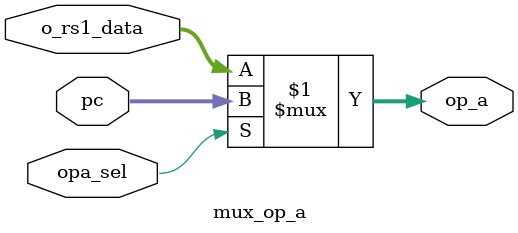
<source format=sv>
module mux_op_a (
input logic [31:0] pc, o_rs1_data,
input logic opa_sel,
output logic [31:0] op_a
);
assign op_a = opa_sel ? pc: o_rs1_data;
endmodule 
</source>
